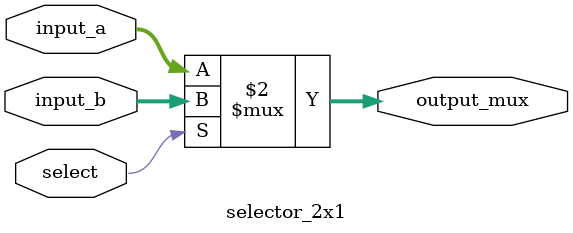
<source format=v>
module selector_2x1 (
  input wire [31:0] input_a,
  input wire [31:0] input_b,
  input wire select,
  output wire [31:0] output_mux
);

// The selector_2x1 module takes two input signals (input_a, input_b) and a single-bit select signal.
// It produces a single output signal (output_mux) based on the select signal's value.

assign output_mux = (select == 0) ? input_a : input_b;
// If select is 0, output_mux is assigned input_a.
// Otherwise, if select is 1, output_mux is assigned input_b.

endmodule

</source>
